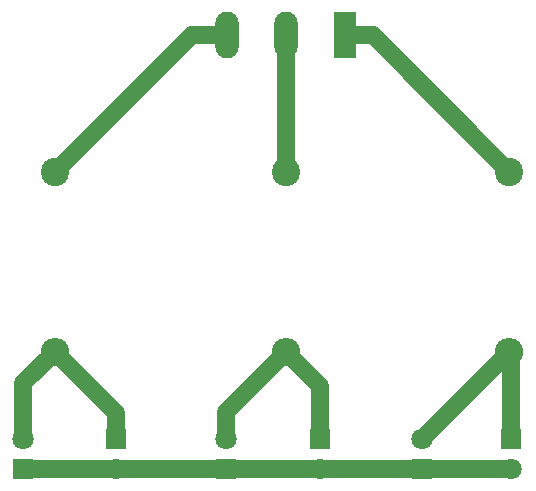
<source format=gbr>
%TF.GenerationSoftware,KiCad,Pcbnew,7.0.1*%
%TF.CreationDate,2023-07-30T20:59:50+03:00*%
%TF.ProjectId,Led.R+G,4c65642e-522b-4472-9e6b-696361645f70,rev?*%
%TF.SameCoordinates,Original*%
%TF.FileFunction,Copper,L1,Top*%
%TF.FilePolarity,Positive*%
%FSLAX46Y46*%
G04 Gerber Fmt 4.6, Leading zero omitted, Abs format (unit mm)*
G04 Created by KiCad (PCBNEW 7.0.1) date 2023-07-30 20:59:50*
%MOMM*%
%LPD*%
G01*
G04 APERTURE LIST*
%TA.AperFunction,ComponentPad*%
%ADD10C,2.400000*%
%TD*%
%TA.AperFunction,ComponentPad*%
%ADD11O,2.400000X2.400000*%
%TD*%
%TA.AperFunction,ComponentPad*%
%ADD12R,1.800000X1.800000*%
%TD*%
%TA.AperFunction,ComponentPad*%
%ADD13C,1.800000*%
%TD*%
%TA.AperFunction,ComponentPad*%
%ADD14R,1.980000X3.960000*%
%TD*%
%TA.AperFunction,ComponentPad*%
%ADD15O,1.980000X3.960000*%
%TD*%
%TA.AperFunction,Conductor*%
%ADD16C,1.500000*%
%TD*%
G04 APERTURE END LIST*
D10*
%TO.P,R3,1*%
%TO.N,Net-(R3-Pad1)*%
X56642000Y-71374000D03*
D11*
%TO.P,R3,2*%
%TO.N,Net-(R3-Pad2)*%
X56642000Y-86614000D03*
%TD*%
D12*
%TO.P,D4,1,K*%
%TO.N,Net-(D1-Pad2)*%
X71120000Y-96525000D03*
D13*
%TO.P,D4,2,A*%
%TO.N,Net-(R2-Pad2)*%
X71120000Y-93985000D03*
%TD*%
D12*
%TO.P,D2,1,K*%
%TO.N,Net-(D1-Pad2)*%
X87757000Y-96525000D03*
D13*
%TO.P,D2,2,A*%
%TO.N,Net-(R1-Pad2)*%
X87757000Y-93985000D03*
%TD*%
D10*
%TO.P,R1,1*%
%TO.N,Net-(R1-Pad1)*%
X95123000Y-71374000D03*
D11*
%TO.P,R1,2*%
%TO.N,Net-(R1-Pad2)*%
X95123000Y-86614000D03*
%TD*%
D14*
%TO.P,J1,1,Pin_1*%
%TO.N,Net-(R1-Pad1)*%
X81241000Y-59807000D03*
D15*
%TO.P,J1,2,Pin_2*%
%TO.N,Net-(R2-Pad1)*%
X76241000Y-59807000D03*
%TO.P,J1,3,Pin_3*%
%TO.N,Net-(R3-Pad1)*%
X71241000Y-59807000D03*
%TD*%
D12*
%TO.P,D5,1,K*%
%TO.N,Net-(R3-Pad2)*%
X61849000Y-93975000D03*
D13*
%TO.P,D5,2,A*%
%TO.N,Net-(D1-Pad2)*%
X61849000Y-96515000D03*
%TD*%
D12*
%TO.P,D6,1,K*%
%TO.N,Net-(D1-Pad2)*%
X53975000Y-96525000D03*
D13*
%TO.P,D6,2,A*%
%TO.N,Net-(R3-Pad2)*%
X53975000Y-93985000D03*
%TD*%
D12*
%TO.P,D3,1,K*%
%TO.N,Net-(R2-Pad2)*%
X79121000Y-93975000D03*
D13*
%TO.P,D3,2,A*%
%TO.N,Net-(D1-Pad2)*%
X79121000Y-96515000D03*
%TD*%
D10*
%TO.P,R2,1*%
%TO.N,Net-(R2-Pad1)*%
X76200000Y-71374000D03*
D11*
%TO.P,R2,2*%
%TO.N,Net-(R2-Pad2)*%
X76200000Y-86614000D03*
%TD*%
D12*
%TO.P,D1,1,K*%
%TO.N,Net-(R1-Pad2)*%
X95250000Y-93975000D03*
D13*
%TO.P,D1,2,A*%
%TO.N,Net-(D1-Pad2)*%
X95250000Y-96515000D03*
%TD*%
D16*
%TO.N,Net-(R1-Pad2)*%
X95123000Y-86619000D02*
X95123000Y-86614000D01*
X95240000Y-93985000D02*
X95250000Y-93975000D01*
X95250000Y-93975000D02*
X95250000Y-86741000D01*
X87757000Y-93985000D02*
X95123000Y-86619000D01*
X95250000Y-86741000D02*
X95123000Y-86614000D01*
%TO.N,Net-(D1-Pad2)*%
X87747000Y-96515000D02*
X87757000Y-96525000D01*
X79121000Y-96515000D02*
X87747000Y-96515000D01*
X61849000Y-96515000D02*
X71110000Y-96515000D01*
X53985000Y-96515000D02*
X53975000Y-96525000D01*
X87767000Y-96515000D02*
X87757000Y-96525000D01*
X79111000Y-96525000D02*
X79121000Y-96515000D01*
X71120000Y-96525000D02*
X79111000Y-96525000D01*
X61849000Y-96515000D02*
X53985000Y-96515000D01*
X71110000Y-96515000D02*
X71120000Y-96525000D01*
X95250000Y-96515000D02*
X87767000Y-96515000D01*
%TO.N,Net-(R2-Pad2)*%
X71120000Y-93985000D02*
X71120000Y-91694000D01*
X79121000Y-93975000D02*
X79121000Y-89535000D01*
X71120000Y-91694000D02*
X76200000Y-86614000D01*
X79121000Y-89535000D02*
X76200000Y-86614000D01*
%TO.N,Net-(R3-Pad2)*%
X61849000Y-91821000D02*
X56642000Y-86614000D01*
X56642000Y-86614000D02*
X53975000Y-89281000D01*
X53975000Y-89281000D02*
X53975000Y-93985000D01*
X61849000Y-93975000D02*
X61849000Y-91821000D01*
%TO.N,Net-(R1-Pad1)*%
X83556000Y-59807000D02*
X95123000Y-71374000D01*
X81241000Y-59807000D02*
X83556000Y-59807000D01*
%TO.N,Net-(R2-Pad1)*%
X76241000Y-71333000D02*
X76200000Y-71374000D01*
X76241000Y-59807000D02*
X76241000Y-71333000D01*
%TO.N,Net-(R3-Pad1)*%
X68209000Y-59807000D02*
X56642000Y-71374000D01*
X71241000Y-59807000D02*
X68209000Y-59807000D01*
%TD*%
M02*

</source>
